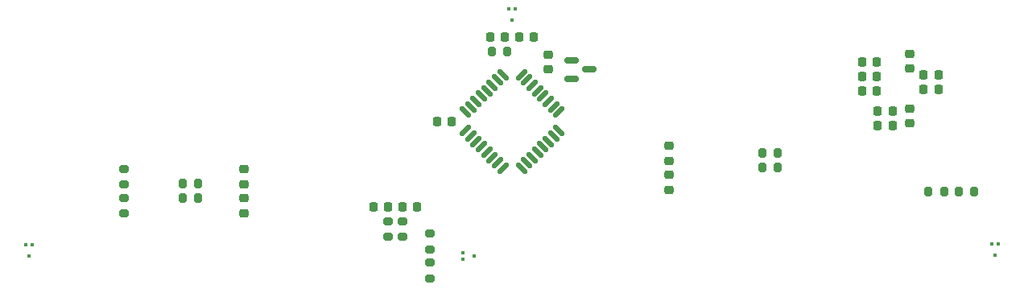
<source format=gbr>
%TF.GenerationSoftware,KiCad,Pcbnew,7.0.2-0*%
%TF.CreationDate,2024-02-19T15:31:33-08:00*%
%TF.ProjectId,led-usb-hub,6c65642d-7573-4622-9d68-75622e6b6963,rev?*%
%TF.SameCoordinates,Original*%
%TF.FileFunction,Paste,Bot*%
%TF.FilePolarity,Positive*%
%FSLAX46Y46*%
G04 Gerber Fmt 4.6, Leading zero omitted, Abs format (unit mm)*
G04 Created by KiCad (PCBNEW 7.0.2-0) date 2024-02-19 15:31:33*
%MOMM*%
%LPD*%
G01*
G04 APERTURE LIST*
G04 Aperture macros list*
%AMRoundRect*
0 Rectangle with rounded corners*
0 $1 Rounding radius*
0 $2 $3 $4 $5 $6 $7 $8 $9 X,Y pos of 4 corners*
0 Add a 4 corners polygon primitive as box body*
4,1,4,$2,$3,$4,$5,$6,$7,$8,$9,$2,$3,0*
0 Add four circle primitives for the rounded corners*
1,1,$1+$1,$2,$3*
1,1,$1+$1,$4,$5*
1,1,$1+$1,$6,$7*
1,1,$1+$1,$8,$9*
0 Add four rect primitives between the rounded corners*
20,1,$1+$1,$2,$3,$4,$5,0*
20,1,$1+$1,$4,$5,$6,$7,0*
20,1,$1+$1,$6,$7,$8,$9,0*
20,1,$1+$1,$8,$9,$2,$3,0*%
G04 Aperture macros list end*
%ADD10RoundRect,0.200000X-0.200000X-0.275000X0.200000X-0.275000X0.200000X0.275000X-0.200000X0.275000X0*%
%ADD11RoundRect,0.225000X-0.225000X-0.250000X0.225000X-0.250000X0.225000X0.250000X-0.225000X0.250000X0*%
%ADD12RoundRect,0.225000X-0.250000X0.225000X-0.250000X-0.225000X0.250000X-0.225000X0.250000X0.225000X0*%
%ADD13RoundRect,0.225000X0.225000X0.250000X-0.225000X0.250000X-0.225000X-0.250000X0.225000X-0.250000X0*%
%ADD14RoundRect,0.200000X0.200000X0.275000X-0.200000X0.275000X-0.200000X-0.275000X0.200000X-0.275000X0*%
%ADD15RoundRect,0.200000X0.275000X-0.200000X0.275000X0.200000X-0.275000X0.200000X-0.275000X-0.200000X0*%
%ADD16RoundRect,0.200000X-0.275000X0.200000X-0.275000X-0.200000X0.275000X-0.200000X0.275000X0.200000X0*%
%ADD17R,0.299999X0.449999*%
%ADD18RoundRect,0.225000X0.250000X-0.225000X0.250000X0.225000X-0.250000X0.225000X-0.250000X-0.225000X0*%
%ADD19RoundRect,0.125000X0.353553X0.530330X-0.530330X-0.353553X-0.353553X-0.530330X0.530330X0.353553X0*%
%ADD20RoundRect,0.125000X-0.353553X0.530330X-0.530330X0.353553X0.353553X-0.530330X0.530330X-0.353553X0*%
%ADD21RoundRect,0.150000X-0.587500X-0.150000X0.587500X-0.150000X0.587500X0.150000X-0.587500X0.150000X0*%
%ADD22R,0.449999X0.299999*%
G04 APERTURE END LIST*
D10*
%TO.C,R32*%
X123318000Y-108204000D03*
X124968000Y-108204000D03*
%TD*%
D11*
%TO.C,C39*%
X135483000Y-103835000D03*
X137033000Y-103835000D03*
%TD*%
D12*
%TO.C,C35*%
X68834000Y-112970000D03*
X68834000Y-114520000D03*
%TD*%
D13*
%TO.C,C36*%
X135395000Y-100152000D03*
X133845000Y-100152000D03*
%TD*%
D14*
%TO.C,R40*%
X64008000Y-112983000D03*
X62358000Y-112983000D03*
%TD*%
D10*
%TO.C,R34*%
X143994500Y-112299001D03*
X145644500Y-112299001D03*
%TD*%
D15*
%TO.C,R37*%
X88392000Y-121396501D03*
X88392000Y-119746501D03*
%TD*%
D16*
%TO.C,R41*%
X56197000Y-109872000D03*
X56197000Y-111522000D03*
%TD*%
D11*
%TO.C,C40*%
X133845000Y-101676000D03*
X135395000Y-101676000D03*
%TD*%
D13*
%TO.C,C26*%
X96279000Y-96012000D03*
X94729000Y-96012000D03*
%TD*%
D17*
%TO.C,U9*%
X147478001Y-117815000D03*
X148177999Y-117815000D03*
X147828000Y-118965000D03*
%TD*%
D16*
%TO.C,R38*%
X88392000Y-116698501D03*
X88392000Y-118348501D03*
%TD*%
D13*
%TO.C,C24*%
X90678000Y-104902000D03*
X89128000Y-104902000D03*
%TD*%
D18*
%TO.C,C25*%
X100838000Y-99441000D03*
X100838000Y-97891000D03*
%TD*%
D13*
%TO.C,C41*%
X141859000Y-101549000D03*
X140309000Y-101549000D03*
%TD*%
D18*
%TO.C,C31*%
X113538000Y-109026000D03*
X113538000Y-107476000D03*
%TD*%
D15*
%TO.C,R42*%
X56197000Y-114570000D03*
X56197000Y-112920000D03*
%TD*%
D11*
%TO.C,C45*%
X135483000Y-105359000D03*
X137033000Y-105359000D03*
%TD*%
D14*
%TO.C,R33*%
X142470500Y-112299001D03*
X140820500Y-112299001D03*
%TD*%
D13*
%TO.C,C38*%
X141859000Y-100025000D03*
X140309000Y-100025000D03*
%TD*%
D19*
%TO.C,U6*%
X98000272Y-99969930D03*
X98565957Y-100535616D03*
X99131643Y-101101301D03*
X99697328Y-101666986D03*
X100263014Y-102232672D03*
X100828699Y-102798357D03*
X101394384Y-103364043D03*
X101960070Y-103929728D03*
D20*
X101960070Y-105874272D03*
X101394384Y-106439957D03*
X100828699Y-107005643D03*
X100263014Y-107571328D03*
X99697328Y-108137014D03*
X99131643Y-108702699D03*
X98565957Y-109268384D03*
X98000272Y-109834070D03*
D19*
X96055728Y-109834070D03*
X95490043Y-109268384D03*
X94924357Y-108702699D03*
X94358672Y-108137014D03*
X93792986Y-107571328D03*
X93227301Y-107005643D03*
X92661616Y-106439957D03*
X92095930Y-105874272D03*
D20*
X92095930Y-103929728D03*
X92661616Y-103364043D03*
X93227301Y-102798357D03*
X93792986Y-102232672D03*
X94358672Y-101666986D03*
X94924357Y-101101301D03*
X95490043Y-100535616D03*
X96055728Y-99969930D03*
%TD*%
D18*
%TO.C,C34*%
X68834000Y-111472000D03*
X68834000Y-109922000D03*
%TD*%
D10*
%TO.C,R31*%
X123318000Y-109728000D03*
X124968000Y-109728000D03*
%TD*%
D12*
%TO.C,C30*%
X113538000Y-110524000D03*
X113538000Y-112074000D03*
%TD*%
D10*
%TO.C,R24*%
X94870000Y-97536000D03*
X96520000Y-97536000D03*
%TD*%
D16*
%TO.C,R35*%
X83947000Y-115380000D03*
X83947000Y-117030000D03*
%TD*%
D14*
%TO.C,R39*%
X64008000Y-111459000D03*
X62358000Y-111459000D03*
%TD*%
D13*
%TO.C,C37*%
X135395000Y-98628000D03*
X133845000Y-98628000D03*
%TD*%
D17*
%TO.C,U11*%
X45878001Y-117861000D03*
X46577999Y-117861000D03*
X46228000Y-119011000D03*
%TD*%
D18*
%TO.C,C44*%
X138811000Y-105105000D03*
X138811000Y-103555000D03*
%TD*%
D11*
%TO.C,C33*%
X85458000Y-113851000D03*
X87008000Y-113851000D03*
%TD*%
%TO.C,C27*%
X97777000Y-96012000D03*
X99327000Y-96012000D03*
%TD*%
D16*
%TO.C,R36*%
X85471000Y-115380000D03*
X85471000Y-117030000D03*
%TD*%
D21*
%TO.C,U12*%
X103281000Y-100391000D03*
X103281000Y-98491000D03*
X105156000Y-99441000D03*
%TD*%
D22*
%TO.C,U10*%
X91881000Y-119397500D03*
X91881000Y-118697502D03*
X93031000Y-119047501D03*
%TD*%
D17*
%TO.C,U7*%
X96678001Y-93087500D03*
X97377999Y-93087500D03*
X97028000Y-94237500D03*
%TD*%
D12*
%TO.C,C43*%
X138811000Y-97777000D03*
X138811000Y-99327000D03*
%TD*%
D13*
%TO.C,C32*%
X83960000Y-113851000D03*
X82410000Y-113851000D03*
%TD*%
M02*

</source>
